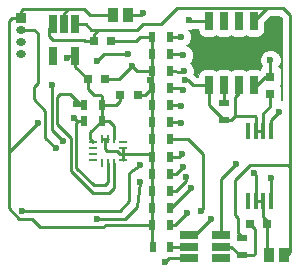
<source format=gtl>
G04 #@! TF.FileFunction,Copper,L1,Top,Signal*
%FSLAX46Y46*%
G04 Gerber Fmt 4.6, Leading zero omitted, Abs format (unit mm)*
G04 Created by KiCad (PCBNEW 4.0.6) date 04/13/18 15:31:21*
%MOMM*%
%LPD*%
G01*
G04 APERTURE LIST*
%ADD10C,0.100000*%
%ADD11R,0.750000X0.800000*%
%ADD12R,0.800000X0.750000*%
%ADD13R,0.970000X1.270000*%
%ADD14R,0.850000X0.850000*%
%ADD15O,0.850000X0.700000*%
%ADD16R,0.900000X0.500000*%
%ADD17R,0.500000X0.900000*%
%ADD18R,0.250000X0.675000*%
%ADD19R,0.675000X0.250000*%
%ADD20R,1.560000X0.650000*%
%ADD21R,0.450000X1.450000*%
%ADD22R,0.650000X1.560000*%
%ADD23R,0.650000X1.500000*%
%ADD24R,1.800000X1.350000*%
%ADD25C,0.600000*%
%ADD26C,0.250000*%
G04 APERTURE END LIST*
D10*
D11*
X172300000Y-88950000D03*
X172300000Y-87450000D03*
D12*
X161125000Y-89050000D03*
X159625000Y-89050000D03*
X172050000Y-99900000D03*
X170550000Y-99900000D03*
X158850000Y-84450000D03*
X157350000Y-84450000D03*
X156850000Y-87700000D03*
X158350000Y-87700000D03*
D13*
X158960000Y-82200000D03*
X160240000Y-82200000D03*
X172160000Y-102550000D03*
X173440000Y-102550000D03*
D14*
X151200000Y-82500000D03*
D15*
X151200000Y-83500000D03*
X151200000Y-84500000D03*
X151200000Y-85500000D03*
D16*
X168350000Y-89650000D03*
X168350000Y-91150000D03*
D17*
X163850000Y-101850000D03*
X162350000Y-101850000D03*
D16*
X169950000Y-101100000D03*
X169950000Y-102600000D03*
D17*
X162300000Y-84075000D03*
X163800000Y-84075000D03*
X162300000Y-85550000D03*
X163800000Y-85550000D03*
X162300000Y-87000000D03*
X163800000Y-87000000D03*
X162300000Y-88450000D03*
X163800000Y-88450000D03*
X162325000Y-89875000D03*
X163825000Y-89875000D03*
X162300000Y-91325000D03*
X163800000Y-91325000D03*
X162300000Y-92775000D03*
X163800000Y-92775000D03*
X162300000Y-94225000D03*
X163800000Y-94225000D03*
X162300000Y-95675000D03*
X163800000Y-95675000D03*
X162300000Y-97125000D03*
X163800000Y-97125000D03*
X162300000Y-98575000D03*
X163800000Y-98575000D03*
X162325000Y-100025000D03*
X163825000Y-100025000D03*
X158050000Y-89875000D03*
X156550000Y-89875000D03*
X158050000Y-91175000D03*
X156550000Y-91175000D03*
D18*
X158575000Y-94737500D03*
X159075000Y-94737500D03*
X158075000Y-94737500D03*
X159075000Y-92712500D03*
X158575000Y-92712500D03*
X158075000Y-92712500D03*
D19*
X159837500Y-94475000D03*
X159837500Y-93975000D03*
X159837500Y-93475000D03*
X159837500Y-92975000D03*
X157312500Y-92975000D03*
X157312500Y-93475000D03*
X157312500Y-93975000D03*
X157312500Y-94475000D03*
D20*
X165450000Y-100900000D03*
X165450000Y-101850000D03*
X165450000Y-102800000D03*
X168150000Y-102800000D03*
X168150000Y-100900000D03*
X168150000Y-101850000D03*
D21*
X170425000Y-97950000D03*
X171075000Y-97950000D03*
X171725000Y-97950000D03*
X172375000Y-97950000D03*
X172375000Y-92050000D03*
X171725000Y-92050000D03*
X171075000Y-92050000D03*
X170425000Y-92050000D03*
D22*
X155800000Y-83025000D03*
X154850000Y-83025000D03*
X153900000Y-83025000D03*
X153900000Y-85725000D03*
X155800000Y-85725000D03*
D23*
X167095000Y-88150000D03*
X168365000Y-88150000D03*
X169635000Y-88150000D03*
X170905000Y-88150000D03*
X170905000Y-82750000D03*
X169635000Y-82750000D03*
X168365000Y-82750000D03*
X167095000Y-82750000D03*
D24*
X169900000Y-84775000D03*
X168100000Y-84775000D03*
X169900000Y-86125000D03*
X168100000Y-86125000D03*
D25*
X172325000Y-86050000D03*
X161525000Y-82100000D03*
X165450000Y-82625000D03*
X152600000Y-91400000D03*
X162100000Y-87775000D03*
X165100000Y-87775000D03*
X160625000Y-86575000D03*
X155100000Y-85900000D03*
X164750000Y-84075000D03*
X164950000Y-85650000D03*
X160250000Y-85525000D03*
X157650000Y-86125000D03*
X165000000Y-86975000D03*
X164950000Y-88575000D03*
X164775000Y-89925000D03*
X164775000Y-91375000D03*
X166400000Y-98800000D03*
X151300000Y-98800000D03*
X161300000Y-94900000D03*
X164800000Y-94025000D03*
X157600000Y-99500000D03*
X161300000Y-96400000D03*
X164900000Y-95075000D03*
X165150000Y-95975000D03*
X165600000Y-96875000D03*
X165275000Y-99000000D03*
X155725000Y-90950000D03*
X155825000Y-89775000D03*
X167300000Y-99500000D03*
X172350000Y-96000000D03*
X173050000Y-90450000D03*
X163400000Y-103150000D03*
X170900000Y-95600000D03*
X169400000Y-94850000D03*
X153825000Y-88150000D03*
X154775000Y-92900000D03*
X154125000Y-93525000D03*
X171075000Y-85825000D03*
X171050000Y-86525000D03*
X169300000Y-85700000D03*
X169900000Y-86125000D03*
D26*
X172300000Y-86075000D02*
X172325000Y-86050000D01*
X172300000Y-87450000D02*
X172300000Y-86075000D01*
X161525000Y-82100000D02*
X161425000Y-82200000D01*
X161425000Y-82200000D02*
X160240000Y-82200000D01*
X165575000Y-82750000D02*
X167095000Y-82750000D01*
X165450000Y-82625000D02*
X165575000Y-82750000D01*
X170905000Y-88150000D02*
X171150000Y-88150000D01*
X171150000Y-88150000D02*
X171850000Y-87450000D01*
X171850000Y-87450000D02*
X172300000Y-87450000D01*
X151200000Y-82500000D02*
X151200000Y-81900000D01*
X155200000Y-81700000D02*
X155225000Y-81725000D01*
X151400000Y-81700000D02*
X155200000Y-81700000D01*
X151200000Y-81900000D02*
X151400000Y-81700000D01*
X159837500Y-93975000D02*
X162050000Y-93975000D01*
X162050000Y-93975000D02*
X162300000Y-94225000D01*
X159837500Y-93975000D02*
X159600000Y-93975000D01*
X159600000Y-93975000D02*
X159350000Y-93725000D01*
X158325000Y-93575000D02*
X158325000Y-92712500D01*
X158475000Y-93725000D02*
X158325000Y-93575000D01*
X159350000Y-93725000D02*
X158475000Y-93725000D01*
X159837500Y-94475000D02*
X159837500Y-93975000D01*
X159837500Y-93475000D02*
X159837500Y-93975000D01*
X158075000Y-92712500D02*
X158325000Y-92712500D01*
X158325000Y-92712500D02*
X158575000Y-92712500D01*
X161125000Y-89050000D02*
X161700000Y-89050000D01*
X161700000Y-89050000D02*
X162300000Y-88450000D01*
X162325000Y-100025000D02*
X158325000Y-100025000D01*
X152600000Y-91400000D02*
X150150000Y-93850000D01*
X150150000Y-93850000D02*
X150150000Y-94250000D01*
X150150000Y-98600000D02*
X150150000Y-94250000D01*
X151050000Y-99500000D02*
X150150000Y-98600000D01*
X152150000Y-99500000D02*
X151050000Y-99500000D01*
X152800000Y-100150000D02*
X152150000Y-99500000D01*
X158200000Y-100150000D02*
X152800000Y-100150000D01*
X158325000Y-100025000D02*
X158200000Y-100150000D01*
X162300000Y-89900000D02*
X162325000Y-89875000D01*
X158350000Y-87700000D02*
X159500000Y-87700000D01*
X159500000Y-87700000D02*
X160625000Y-86575000D01*
X151200000Y-82500000D02*
X150400000Y-82500000D01*
X150150000Y-82750000D02*
X150150000Y-90000000D01*
X150150000Y-90000000D02*
X150150000Y-94300000D01*
X150400000Y-82500000D02*
X150150000Y-82750000D01*
X158850000Y-84450000D02*
X160925000Y-84450000D01*
X161300000Y-84075000D02*
X162300000Y-84075000D01*
X160925000Y-84450000D02*
X161300000Y-84075000D01*
X154850000Y-83025000D02*
X154850000Y-82100000D01*
X154850000Y-82100000D02*
X155225000Y-81725000D01*
X157050000Y-82200000D02*
X158960000Y-82200000D01*
X155225000Y-81725000D02*
X156575000Y-81725000D01*
X156575000Y-81725000D02*
X157050000Y-82200000D01*
X167095000Y-88150000D02*
X165725000Y-88150000D01*
X162225000Y-87650000D02*
X162300000Y-87650000D01*
X162100000Y-87775000D02*
X162225000Y-87650000D01*
X165350000Y-87775000D02*
X165100000Y-87775000D01*
X165725000Y-88150000D02*
X165350000Y-87775000D01*
X162325000Y-100025000D02*
X162325000Y-101825000D01*
X162325000Y-101825000D02*
X162350000Y-101850000D01*
X169635000Y-88150000D02*
X169635000Y-88815000D01*
X169635000Y-88815000D02*
X169300000Y-89150000D01*
X169300000Y-89150000D02*
X169300000Y-90800000D01*
X167095000Y-88150000D02*
X167095000Y-89895000D01*
X167095000Y-89895000D02*
X168350000Y-91150000D01*
X168350000Y-91150000D02*
X168950000Y-91150000D01*
X171075000Y-90875000D02*
X171075000Y-92050000D01*
X171000000Y-90800000D02*
X171075000Y-90875000D01*
X169300000Y-90800000D02*
X171000000Y-90800000D01*
X168950000Y-91150000D02*
X169300000Y-90800000D01*
X171075000Y-92050000D02*
X171725000Y-92050000D01*
X172300000Y-88950000D02*
X172300000Y-90000000D01*
X171725000Y-90575000D02*
X171725000Y-92050000D01*
X172300000Y-90000000D02*
X171725000Y-90575000D01*
X162300000Y-98575000D02*
X162300000Y-100000000D01*
X162300000Y-100000000D02*
X162325000Y-100025000D01*
X162300000Y-97125000D02*
X162300000Y-98575000D01*
X162300000Y-95675000D02*
X162300000Y-97125000D01*
X162300000Y-94225000D02*
X162300000Y-95675000D01*
X162300000Y-92775000D02*
X162300000Y-94225000D01*
X162300000Y-91325000D02*
X162300000Y-92775000D01*
X162325000Y-89875000D02*
X162325000Y-91300000D01*
X162325000Y-91300000D02*
X162300000Y-91325000D01*
X162325000Y-89875000D02*
X162325000Y-88475000D01*
X162325000Y-88475000D02*
X162300000Y-88450000D01*
X162300000Y-87000000D02*
X162300000Y-87650000D01*
X162300000Y-87650000D02*
X162300000Y-88450000D01*
X162300000Y-85550000D02*
X162300000Y-87000000D01*
X162300000Y-84075000D02*
X162300000Y-85550000D01*
X160625000Y-86575000D02*
X161050000Y-87000000D01*
X161050000Y-87000000D02*
X162300000Y-87000000D01*
X155100000Y-85900000D02*
X155275000Y-85725000D01*
X155800000Y-85725000D02*
X155275000Y-85725000D01*
X159075000Y-92712500D02*
X159075000Y-91600000D01*
X158650000Y-91175000D02*
X158050000Y-91175000D01*
X159075000Y-91600000D02*
X158650000Y-91175000D01*
X157312500Y-92975000D02*
X157275000Y-92975000D01*
X157275000Y-92975000D02*
X157050000Y-92750000D01*
X157050000Y-92750000D02*
X157050000Y-92150000D01*
X157050000Y-92150000D02*
X158025000Y-91175000D01*
X158025000Y-91175000D02*
X158050000Y-91175000D01*
X158050000Y-91175000D02*
X158050000Y-90475000D01*
X158050000Y-90475000D02*
X158050000Y-89875000D01*
X158050000Y-89875000D02*
X159275000Y-89875000D01*
X159625000Y-89525000D02*
X159625000Y-89050000D01*
X159275000Y-89875000D02*
X159625000Y-89525000D01*
X156850000Y-87700000D02*
X156850000Y-88475000D01*
X158050000Y-89100000D02*
X158050000Y-89875000D01*
X157925000Y-88975000D02*
X158050000Y-89100000D01*
X157350000Y-88975000D02*
X157925000Y-88975000D01*
X156850000Y-88475000D02*
X157350000Y-88975000D01*
X155800000Y-85725000D02*
X155800000Y-86650000D01*
X155800000Y-86650000D02*
X156850000Y-87700000D01*
X168150000Y-101850000D02*
X169000000Y-101850000D01*
X169000000Y-101850000D02*
X169750000Y-102600000D01*
X169750000Y-102600000D02*
X169950000Y-102600000D01*
X170550000Y-99900000D02*
X170550000Y-99950000D01*
X170550000Y-99950000D02*
X171000000Y-100400000D01*
X171000000Y-100400000D02*
X171000000Y-102450000D01*
X171000000Y-102450000D02*
X170850000Y-102600000D01*
X170850000Y-102600000D02*
X169950000Y-102600000D01*
X157350000Y-84450000D02*
X156650000Y-84450000D01*
X153550000Y-83375000D02*
X153900000Y-83025000D01*
X153550000Y-84000000D02*
X153550000Y-83375000D01*
X153925000Y-84375000D02*
X153550000Y-84000000D01*
X156575000Y-84375000D02*
X153925000Y-84375000D01*
X156650000Y-84450000D02*
X156575000Y-84375000D01*
X157350000Y-84450000D02*
X157350000Y-83900000D01*
X157350000Y-83900000D02*
X157750000Y-83500000D01*
X155800000Y-83025000D02*
X156675000Y-83025000D01*
X157150000Y-83500000D02*
X157750000Y-83500000D01*
X157750000Y-83500000D02*
X161050000Y-83500000D01*
X161050000Y-83500000D02*
X161525000Y-83025000D01*
X161525000Y-83025000D02*
X163050000Y-83025000D01*
X163050000Y-83025000D02*
X164425000Y-81650000D01*
X164425000Y-81650000D02*
X172005000Y-81650000D01*
X156675000Y-83025000D02*
X157150000Y-83500000D01*
X169950000Y-101100000D02*
X169950000Y-101000000D01*
X169950000Y-101000000D02*
X169550000Y-100600000D01*
X169550000Y-100600000D02*
X169550000Y-99450000D01*
X169550000Y-99450000D02*
X169300000Y-99200000D01*
X169300000Y-99200000D02*
X169300000Y-96200000D01*
X169300000Y-96200000D02*
X170600000Y-94900000D01*
X170600000Y-94900000D02*
X173700000Y-94900000D01*
X173700000Y-94900000D02*
X173950000Y-95150000D01*
X173440000Y-102550000D02*
X173700000Y-102550000D01*
X173700000Y-102550000D02*
X173950000Y-102300000D01*
X173950000Y-102300000D02*
X173950000Y-95150000D01*
X173950000Y-95150000D02*
X173950000Y-94450000D01*
X173950000Y-94450000D02*
X173950000Y-82250000D01*
X173950000Y-82250000D02*
X173350000Y-81650000D01*
X173350000Y-81650000D02*
X172005000Y-81650000D01*
X172005000Y-81650000D02*
X170905000Y-82750000D01*
X170905000Y-82750000D02*
X170905000Y-82295000D01*
X163800000Y-84075000D02*
X164750000Y-84075000D01*
X163800000Y-85550000D02*
X164850000Y-85550000D01*
X164850000Y-85550000D02*
X164950000Y-85650000D01*
X158250000Y-85525000D02*
X160250000Y-85525000D01*
X157650000Y-86125000D02*
X158250000Y-85525000D01*
X163800000Y-87000000D02*
X164950000Y-87025000D01*
X164950000Y-87025000D02*
X165000000Y-86975000D01*
X163800000Y-88450000D02*
X164825000Y-88450000D01*
X164825000Y-88450000D02*
X164950000Y-88575000D01*
X163825000Y-89875000D02*
X164725000Y-89875000D01*
X164725000Y-89875000D02*
X164775000Y-89925000D01*
X163800000Y-91325000D02*
X164725000Y-91325000D01*
X164725000Y-91325000D02*
X164775000Y-91375000D01*
X163800000Y-92775000D02*
X165375000Y-92775000D01*
X166600000Y-98600000D02*
X166400000Y-98800000D01*
X166600000Y-94000000D02*
X166600000Y-98600000D01*
X165375000Y-92775000D02*
X166600000Y-94000000D01*
X151300000Y-98800000D02*
X159575000Y-98800000D01*
X160350000Y-95650000D02*
X161300000Y-94900000D01*
X160350000Y-98025000D02*
X160350000Y-95650000D01*
X159575000Y-98800000D02*
X160350000Y-98025000D01*
X163800000Y-94225000D02*
X164600000Y-94225000D01*
X164600000Y-94225000D02*
X164800000Y-94025000D01*
X157600000Y-99500000D02*
X160025000Y-99500000D01*
X161000000Y-98525000D02*
X161300000Y-96400000D01*
X160025000Y-99500000D02*
X161000000Y-98525000D01*
X161200000Y-96400000D02*
X161300000Y-96400000D01*
X163800000Y-95675000D02*
X164300000Y-95675000D01*
X164300000Y-95675000D02*
X164900000Y-95075000D01*
X163800000Y-97125000D02*
X164300000Y-97125000D01*
X165150000Y-96275000D02*
X165150000Y-95975000D01*
X164300000Y-97125000D02*
X165150000Y-96275000D01*
X163800000Y-98575000D02*
X163900000Y-98575000D01*
X163900000Y-98575000D02*
X165600000Y-96875000D01*
X163825000Y-100025000D02*
X164250000Y-100025000D01*
X164250000Y-100025000D02*
X165275000Y-99000000D01*
X168365000Y-88150000D02*
X168365000Y-89635000D01*
X168365000Y-89635000D02*
X168350000Y-89650000D01*
X165450000Y-101850000D02*
X163850000Y-101850000D01*
X155950000Y-91175000D02*
X156100002Y-91175000D01*
X155725000Y-90950000D02*
X155950000Y-91175000D01*
X156550000Y-91175000D02*
X156100002Y-91175000D01*
X158575000Y-96399998D02*
X158575000Y-94737500D01*
X158299998Y-96675000D02*
X158575000Y-96399998D01*
X157411398Y-96675000D02*
X158299998Y-96675000D01*
X155900002Y-95163604D02*
X157411398Y-96675000D01*
X155900002Y-91375000D02*
X155900002Y-95163604D01*
X156100002Y-91175000D02*
X155900002Y-91375000D01*
X156550000Y-91175000D02*
X156325000Y-91175000D01*
X155925000Y-89875000D02*
X156550000Y-89875000D01*
X155825000Y-89775000D02*
X155925000Y-89875000D01*
X156550000Y-89875000D02*
X156300000Y-89875000D01*
X156300000Y-89875000D02*
X155375000Y-88950000D01*
X155375000Y-88950000D02*
X154500002Y-88950000D01*
X154500002Y-88950000D02*
X154275002Y-89175000D01*
X154275002Y-89175000D02*
X154275002Y-91500002D01*
X154275002Y-91500002D02*
X155425000Y-92650000D01*
X155425000Y-92650000D02*
X155425000Y-95425000D01*
X155425000Y-95425000D02*
X157275000Y-97275000D01*
X157275000Y-97275000D02*
X158650000Y-97275000D01*
X158650000Y-97275000D02*
X159075000Y-96850000D01*
X159075000Y-96850000D02*
X159075000Y-94737500D01*
X165450000Y-100900000D02*
X165900000Y-100900000D01*
X165900000Y-100900000D02*
X167300000Y-99500000D01*
X172350000Y-96000000D02*
X172375000Y-96025000D01*
X172375000Y-96025000D02*
X172375000Y-97950000D01*
X165450000Y-102800000D02*
X163750000Y-102800000D01*
X172375000Y-91125000D02*
X172375000Y-92050000D01*
X173050000Y-90450000D02*
X172375000Y-91125000D01*
X163750000Y-102800000D02*
X163400000Y-103150000D01*
X172050000Y-99900000D02*
X172050000Y-99700000D01*
X172050000Y-99700000D02*
X171725000Y-99375000D01*
X171725000Y-99375000D02*
X171725000Y-97950000D01*
X172050000Y-99900000D02*
X172050000Y-102440000D01*
X172050000Y-102440000D02*
X172160000Y-102550000D01*
X168150000Y-100900000D02*
X168150000Y-96100000D01*
X171075000Y-95775000D02*
X171075000Y-97950000D01*
X170900000Y-95600000D02*
X171075000Y-95775000D01*
X168150000Y-96100000D02*
X169400000Y-94850000D01*
X171075000Y-97950000D02*
X171725000Y-97950000D01*
X153825000Y-91950000D02*
X153825000Y-88150000D01*
X154775000Y-92900000D02*
X153825000Y-91950000D01*
X151200000Y-83500000D02*
X152325000Y-83500000D01*
X154125000Y-93525000D02*
X153275000Y-92675000D01*
X153275000Y-92675000D02*
X153275000Y-90350000D01*
X153275000Y-90350000D02*
X152275000Y-89350000D01*
X152275000Y-88350000D02*
X152275000Y-89350000D01*
X152625000Y-88000000D02*
X152275000Y-88350000D01*
X152625000Y-83800000D02*
X152625000Y-88000000D01*
X152325000Y-83500000D02*
X152625000Y-83800000D01*
X169900000Y-86125000D02*
X170650000Y-86125000D01*
X170650000Y-86125000D02*
X171050000Y-86525000D01*
X171075000Y-85825000D02*
X170775000Y-86125000D01*
X170775000Y-86125000D02*
X169900000Y-86125000D01*
X169300000Y-85700000D02*
X169725000Y-86125000D01*
X169725000Y-86125000D02*
X169900000Y-86125000D01*
X169900000Y-86125000D02*
X169900000Y-84775000D01*
X169900000Y-84775000D02*
X168100000Y-84775000D01*
X168100000Y-84775000D02*
X168100000Y-86125000D01*
X168100000Y-86125000D02*
X169900000Y-86125000D01*
D10*
G36*
X173275000Y-82529594D02*
X173275000Y-89450000D01*
X173215525Y-89450000D01*
X173235775Y-89350000D01*
X173235775Y-88550000D01*
X173197424Y-88346182D01*
X173102467Y-88198615D01*
X173191594Y-88068173D01*
X173235775Y-87850000D01*
X173235775Y-87050000D01*
X173197424Y-86846182D01*
X173076968Y-86658988D01*
X172982642Y-86594538D01*
X173045174Y-86532115D01*
X173174852Y-86219817D01*
X173175147Y-85881666D01*
X173046015Y-85569143D01*
X172807115Y-85329826D01*
X172494817Y-85200148D01*
X172156666Y-85199853D01*
X171844143Y-85328985D01*
X171604826Y-85567885D01*
X171475148Y-85880183D01*
X171474853Y-86218334D01*
X171603985Y-86530857D01*
X171625000Y-86551909D01*
X171625000Y-86589467D01*
X171533988Y-86648032D01*
X171408406Y-86831827D01*
X171399939Y-86873638D01*
X171230000Y-86839225D01*
X170580000Y-86839225D01*
X170376182Y-86877576D01*
X170269814Y-86946022D01*
X170178173Y-86883406D01*
X169960000Y-86839225D01*
X169310000Y-86839225D01*
X169106182Y-86877576D01*
X168999814Y-86946022D01*
X168908173Y-86883406D01*
X168690000Y-86839225D01*
X168040000Y-86839225D01*
X167836182Y-86877576D01*
X167729814Y-86946022D01*
X167638173Y-86883406D01*
X167420000Y-86839225D01*
X166770000Y-86839225D01*
X166566182Y-86877576D01*
X166378988Y-86998032D01*
X166253406Y-87181827D01*
X166209225Y-87400000D01*
X166209225Y-87475000D01*
X166004594Y-87475000D01*
X165827297Y-87297703D01*
X165819104Y-87292228D01*
X165797590Y-87270677D01*
X165849852Y-87144817D01*
X165850147Y-86806666D01*
X165721015Y-86494143D01*
X165514625Y-86287393D01*
X165670174Y-86132115D01*
X165799852Y-85819817D01*
X165800147Y-85481666D01*
X165671015Y-85169143D01*
X165432115Y-84929826D01*
X165170211Y-84821073D01*
X165230857Y-84796015D01*
X165470174Y-84557115D01*
X165599852Y-84244817D01*
X165600147Y-83906666D01*
X165471015Y-83594143D01*
X165351994Y-83474915D01*
X165618334Y-83475147D01*
X165739699Y-83425000D01*
X166209225Y-83425000D01*
X166209225Y-83500000D01*
X166247576Y-83703818D01*
X166368032Y-83891012D01*
X166551827Y-84016594D01*
X166770000Y-84060775D01*
X167420000Y-84060775D01*
X167623818Y-84022424D01*
X167730186Y-83953978D01*
X167821827Y-84016594D01*
X168040000Y-84060775D01*
X168690000Y-84060775D01*
X168893818Y-84022424D01*
X169000186Y-83953978D01*
X169091827Y-84016594D01*
X169310000Y-84060775D01*
X169960000Y-84060775D01*
X170163818Y-84022424D01*
X170270186Y-83953978D01*
X170361827Y-84016594D01*
X170580000Y-84060775D01*
X171230000Y-84060775D01*
X171433818Y-84022424D01*
X171621012Y-83901968D01*
X171746594Y-83718173D01*
X171790775Y-83500000D01*
X171790775Y-82818819D01*
X172284594Y-82325000D01*
X173070406Y-82325000D01*
X173275000Y-82529594D01*
X173275000Y-82529594D01*
G37*
X173275000Y-82529594D02*
X173275000Y-89450000D01*
X173215525Y-89450000D01*
X173235775Y-89350000D01*
X173235775Y-88550000D01*
X173197424Y-88346182D01*
X173102467Y-88198615D01*
X173191594Y-88068173D01*
X173235775Y-87850000D01*
X173235775Y-87050000D01*
X173197424Y-86846182D01*
X173076968Y-86658988D01*
X172982642Y-86594538D01*
X173045174Y-86532115D01*
X173174852Y-86219817D01*
X173175147Y-85881666D01*
X173046015Y-85569143D01*
X172807115Y-85329826D01*
X172494817Y-85200148D01*
X172156666Y-85199853D01*
X171844143Y-85328985D01*
X171604826Y-85567885D01*
X171475148Y-85880183D01*
X171474853Y-86218334D01*
X171603985Y-86530857D01*
X171625000Y-86551909D01*
X171625000Y-86589467D01*
X171533988Y-86648032D01*
X171408406Y-86831827D01*
X171399939Y-86873638D01*
X171230000Y-86839225D01*
X170580000Y-86839225D01*
X170376182Y-86877576D01*
X170269814Y-86946022D01*
X170178173Y-86883406D01*
X169960000Y-86839225D01*
X169310000Y-86839225D01*
X169106182Y-86877576D01*
X168999814Y-86946022D01*
X168908173Y-86883406D01*
X168690000Y-86839225D01*
X168040000Y-86839225D01*
X167836182Y-86877576D01*
X167729814Y-86946022D01*
X167638173Y-86883406D01*
X167420000Y-86839225D01*
X166770000Y-86839225D01*
X166566182Y-86877576D01*
X166378988Y-86998032D01*
X166253406Y-87181827D01*
X166209225Y-87400000D01*
X166209225Y-87475000D01*
X166004594Y-87475000D01*
X165827297Y-87297703D01*
X165819104Y-87292228D01*
X165797590Y-87270677D01*
X165849852Y-87144817D01*
X165850147Y-86806666D01*
X165721015Y-86494143D01*
X165514625Y-86287393D01*
X165670174Y-86132115D01*
X165799852Y-85819817D01*
X165800147Y-85481666D01*
X165671015Y-85169143D01*
X165432115Y-84929826D01*
X165170211Y-84821073D01*
X165230857Y-84796015D01*
X165470174Y-84557115D01*
X165599852Y-84244817D01*
X165600147Y-83906666D01*
X165471015Y-83594143D01*
X165351994Y-83474915D01*
X165618334Y-83475147D01*
X165739699Y-83425000D01*
X166209225Y-83425000D01*
X166209225Y-83500000D01*
X166247576Y-83703818D01*
X166368032Y-83891012D01*
X166551827Y-84016594D01*
X166770000Y-84060775D01*
X167420000Y-84060775D01*
X167623818Y-84022424D01*
X167730186Y-83953978D01*
X167821827Y-84016594D01*
X168040000Y-84060775D01*
X168690000Y-84060775D01*
X168893818Y-84022424D01*
X169000186Y-83953978D01*
X169091827Y-84016594D01*
X169310000Y-84060775D01*
X169960000Y-84060775D01*
X170163818Y-84022424D01*
X170270186Y-83953978D01*
X170361827Y-84016594D01*
X170580000Y-84060775D01*
X171230000Y-84060775D01*
X171433818Y-84022424D01*
X171621012Y-83901968D01*
X171746594Y-83718173D01*
X171790775Y-83500000D01*
X171790775Y-82818819D01*
X172284594Y-82325000D01*
X173070406Y-82325000D01*
X173275000Y-82529594D01*
M02*

</source>
